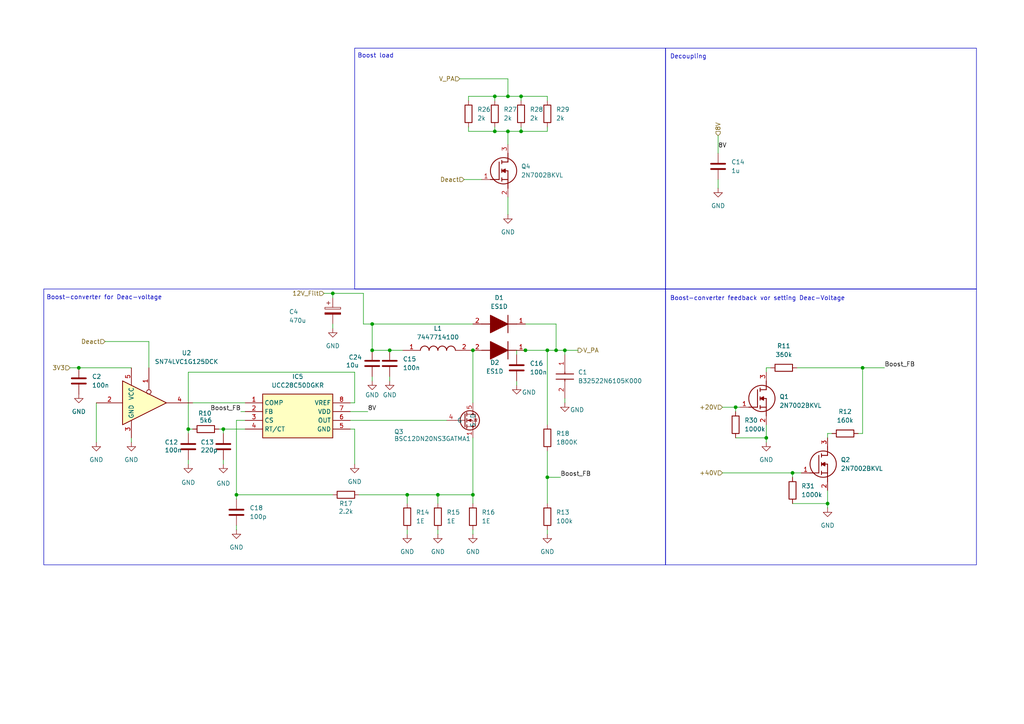
<source format=kicad_sch>
(kicad_sch (version 20250114) (generator "eeschema") (generator_version "9.0")
  (paper "A4")
  (lib_symbols
    (symbol "74xGxx:SN74LVC1G125DCK"
      (property "Reference" "U" (at -10.16 7.62 0))
      (property "Value" "SN74LVC1G125DCK" (at 2.54 -7.62 0))
      (symbol "SN74LVC1G125DCK_0_1"
        (polyline (pts (xy -7.62 6.35) (xy -7.62 -6.35) (xy 5.08 0) (xy -7.62 6.35)) (stroke (width 0.254)) (fill (type background)))
      )
      (symbol "SN74LVC1G125DCK_1_1"
        (pin input line (at -15.24 0 0) (length 7.62) (name "~") (number "2"))
        (pin power_in line (at -5.08 10.16 270) (length 5.08) (name "VCC") (number "5"))
        (pin power_in line (at -5.08 -10.16 90) (length 5.08) (name "GND") (number "3"))
        (pin input inverted (at 0 10.16 270) (length 7.62) (name "~") (number "1"))
        (pin tri_state line (at 12.7 0 180) (length 7.62) (name "~") (number "4"))
      )
    )
    (symbol "Device:C" (pin_numbers (hide yes)) (pin_names (offset 0.254))
      (property "Reference" "C" (at 0.635 2.54 0))
      (property "Value" "C" (at 0.635 -2.54 0))
      (symbol "C_0_1"
        (polyline (pts (xy -2.032 0.762) (xy 2.032 0.762)) (stroke (width 0.508)))
        (polyline (pts (xy -2.032 -0.762) (xy 2.032 -0.762)) (stroke (width 0.508)))
      )
      (symbol "C_1_1"
        (pin passive line (at 0 3.81 270) (length 2.794) (name "~") (number "1"))
        (pin passive line (at 0 -3.81 90) (length 2.794) (name "~") (number "2"))
      )
    )
    (symbol "Device:C_Polarized" (pin_numbers (hide yes)) (pin_names (offset 0.254))
      (property "Reference" "C" (at 0.635 2.54 0))
      (property "Value" "C_Polarized" (at 0.635 -2.54 0))
      (symbol "C_Polarized_0_1"
        (rectangle (start -2.286 0.508) (end 2.286 1.016))
        (polyline (pts (xy -1.778 2.286) (xy -0.762 2.286)))
        (polyline (pts (xy -1.27 2.794) (xy -1.27 1.778)))
        (rectangle (start 2.286 -0.508) (end -2.286 -1.016) (fill (type outline)))
      )
      (symbol "C_Polarized_1_1"
        (pin passive line (at 0 3.81 270) (length 2.794) (name "~") (number "1"))
        (pin passive line (at 0 -3.81 90) (length 2.794) (name "~") (number "2"))
      )
    )
    (symbol "Device:R" (pin_numbers (hide yes)) (pin_names (offset 0))
      (property "Reference" "R" (at 2.032 0 90))
      (property "Value" "R" (at 0 0 90))
      (symbol "R_0_1"
        (rectangle (start -1.016 -2.54) (end 1.016 2.54) (stroke (width 0.254)))
      )
      (symbol "R_1_1"
        (pin passive line (at 0 3.81 270) (length 1.27) (name "~") (number "1"))
        (pin passive line (at 0 -3.81 90) (length 1.27) (name "~") (number "2"))
      )
    )
    (symbol "ES1D_2" (pin_names (hide yes))
      (property "Reference" "D" (at 11.43 5.08 0))
      (property "Value" "ES1D" (at 11.43 2.54 0))
      (symbol "ES1D_2_1_1"
        (polyline (pts (xy 2.54 0) (xy 5.08 0)) (stroke (width 0.254)))
        (polyline (pts (xy 5.08 2.54) (xy 5.08 -2.54)) (stroke (width 0.254)))
        (polyline (pts (xy 5.08 0) (xy 10.16 2.54) (xy 10.16 -2.54) (xy 5.08 0)) (stroke (width 0.254)) (fill (type outline)))
        (polyline (pts (xy 10.16 0) (xy 12.7 0)) (stroke (width 0.254)))
        (pin bidirectional line (at 0 0 0) (length 2.54) (name "K") (number "1"))
        (pin bidirectional line (at 15.24 0 180) (length 2.54) (name "A") (number "2"))
      )
    )
    (symbol "SamacSys_Parts:2N7002BKVL" (pin_names (hide yes))
      (property "Reference" "Q" (at 11.43 3.81 0))
      (property "Value" "2N7002BKVL" (at 11.43 1.27 0))
      (symbol "2N7002BKVL_1_1"
        (polyline (pts (xy 2.54 0) (xy 5.08 0)) (stroke (width 0.254)))
        (polyline (pts (xy 5.08 5.08) (xy 5.08 0)) (stroke (width 0.254)))
        (polyline (pts (xy 5.842 5.588) (xy 5.842 4.572)) (stroke (width 0.254)))
        (polyline (pts (xy 5.842 2.54) (xy 6.858 3.048) (xy 6.858 2.032) (xy 5.842 2.54)) (stroke (width 0.254)) (fill (type outline)))
        (polyline (pts (xy 5.842 2.032) (xy 5.842 3.048)) (stroke (width 0.254)))
        (polyline (pts (xy 5.842 0) (xy 7.62 0)) (stroke (width 0.254)))
        (polyline (pts (xy 5.842 -0.508) (xy 5.842 0.508)) (stroke (width 0.254)))
        (circle (center 6.35 2.54) (radius 3.81) (stroke (width 0.254)))
        (polyline (pts (xy 7.62 5.08) (xy 5.842 5.08)) (stroke (width 0.254)))
        (polyline (pts (xy 7.62 5.08) (xy 7.62 7.62)) (stroke (width 0.254)))
        (polyline (pts (xy 7.62 2.54) (xy 5.842 2.54)) (stroke (width 0.254)))
        (polyline (pts (xy 7.62 2.54) (xy 7.62 -2.54)) (stroke (width 0.254)))
        (pin passive line (at 0 0 0) (length 2.54) (name "G") (number "1"))
        (pin passive line (at 7.62 10.16 270) (length 2.54) (name "D") (number "3"))
        (pin passive line (at 7.62 -5.08 90) (length 2.54) (name "S") (number "2"))
      )
    )
    (symbol "SamacSys_Parts:7447714100" (pin_names (hide yes))
      (property "Reference" "L" (at 16.51 6.35 0))
      (property "Value" "7447714100" (at 16.51 3.81 0))
      (symbol "7447714100_1_1"
        (arc (start 5.08 0) (mid 6.35 1.219) (end 7.62 0) (stroke (width 0.254)))
        (arc (start 7.62 0) (mid 8.89 1.219) (end 10.16 0) (stroke (width 0.254)))
        (arc (start 10.16 0) (mid 11.43 1.219) (end 12.7 0) (stroke (width 0.254)))
        (arc (start 12.7 0) (mid 13.97 1.219) (end 15.24 0) (stroke (width 0.254)))
        (pin passive line (at 0 0 0) (length 5.08) (name "1") (number "1"))
        (pin passive line (at 20.32 0 180) (length 5.08) (name "2") (number "2"))
      )
    )
    (symbol "SamacSys_Parts:B32522N6105K000" (pin_names (hide yes))
      (property "Reference" "C" (at 8.89 6.35 0))
      (property "Value" "B32522N6105K000" (at 8.89 3.81 0))
      (symbol "B32522N6105K000_1_1"
        (polyline (pts (xy 5.08 0) (xy 5.588 0)) (stroke (width 0.254)))
        (polyline (pts (xy 5.588 2.54) (xy 5.588 -2.54)) (stroke (width 0.254)))
        (polyline (pts (xy 7.112 2.54) (xy 7.112 -2.54)) (stroke (width 0.254)))
        (polyline (pts (xy 7.112 0) (xy 7.62 0)) (stroke (width 0.254)))
        (pin passive line (at 0 0 0) (length 5.08) (name "1") (number "1"))
        (pin passive line (at 12.7 0 180) (length 5.08) (name "2") (number "2"))
      )
    )
    (symbol "SamacSys_Parts:BSC12DN20NS3GATMA1"
      (property "Reference" "Q" (at 2.286 3.302 0))
      (property "Value" "BSC12DN20NS3GATMA1" (at 2.286 5.334 0))
      (symbol "BSC12DN20NS3GATMA1_0_1"
        (polyline (pts (xy -1.016 1.905) (xy -1.016 -1.905)) (stroke (width 0.254)))
        (polyline (pts (xy -1.016 0) (xy -3.81 0)))
        (polyline (pts (xy -0.508 2.286) (xy -0.508 1.27)) (stroke (width 0.254)))
        (polyline (pts (xy -0.508 0.508) (xy -0.508 -0.508)) (stroke (width 0.254)))
        (polyline (pts (xy -0.508 -1.27) (xy -0.508 -2.286)) (stroke (width 0.254)))
        (polyline (pts (xy -0.508 -1.778) (xy 2.032 -1.778) (xy 2.032 1.778) (xy -0.508 1.778)))
        (polyline (pts (xy -0.254 0) (xy 0.762 0.381) (xy 0.762 -0.381) (xy -0.254 0)) (fill (type outline)))
        (circle (center 0.381 0) (radius 2.794) (stroke (width 0.254)))
        (polyline (pts (xy 1.27 2.54) (xy 1.27 1.778)))
        (circle (center 1.27 1.778) (radius 0.254) (fill (type outline)))
        (circle (center 1.27 -1.778) (radius 0.254) (fill (type outline)))
        (polyline (pts (xy 1.27 -2.54) (xy 1.27 0) (xy -0.508 0)))
        (polyline (pts (xy 1.524 0.508) (xy 1.651 0.381) (xy 2.413 0.381) (xy 2.54 0.254)))
        (polyline (pts (xy 2.032 0.381) (xy 1.651 -0.254) (xy 2.413 -0.254) (xy 2.032 0.381)))
      )
      (symbol "BSC12DN20NS3GATMA1_1_1"
        (pin passive line (at -6.35 0 0) (length 5.08) (hide yes) (name "S_2") (number "2"))
        (pin passive line (at -6.35 0 0) (length 5.08) (hide yes) (name "S_3") (number "3"))
        (pin passive line (at -6.35 0 0) (length 2.54) (name "G") (number "4"))
        (pin passive line (at 1.27 5.08 270) (length 2.54) (name "D") (number "5"))
        (pin passive line (at 1.27 5.08 270) (length 2.54) (hide yes) (name "D_2") (number "6"))
        (pin passive line (at 1.27 5.08 270) (length 2.54) (hide yes) (name "D_3") (number "7"))
        (pin passive line (at 1.27 5.08 270) (length 2.54) (hide yes) (name "D_4") (number "8"))
        (pin passive line (at 1.27 -5.08 90) (length 2.54) (name "S") (number "1"))
        (pin passive line (at 1.27 -5.08 90) (length 2.54) (hide yes) (name "S") (number "2"))
        (pin passive line (at 1.27 -5.08 90) (length 2.54) (hide yes) (name "S") (number "3"))
      )
    )
    (symbol "SamacSys_Parts:UCC28C50DGKR"
      (property "Reference" "IC" (at 26.67 7.62 0))
      (property "Value" "UCC28C50DGKR" (at 26.67 5.08 0))
      (symbol "UCC28C50DGKR_1_1"
        (rectangle (start 5.08 2.54) (end 25.4 -10.16) (stroke (width 0.254)) (fill (type background)))
        (pin passive line (at 0 0 0) (length 5.08) (name "COMP") (number "1"))
        (pin passive line (at 0 -2.54 0) (length 5.08) (name "FB") (number "2"))
        (pin passive line (at 0 -5.08 0) (length 5.08) (name "CS") (number "3"))
        (pin passive line (at 0 -7.62 0) (length 5.08) (name "RT/CT") (number "4"))
        (pin passive line (at 30.48 0 180) (length 5.08) (name "VREF") (number "8"))
        (pin passive line (at 30.48 -2.54 180) (length 5.08) (name "VDD") (number "7"))
        (pin passive line (at 30.48 -5.08 180) (length 5.08) (name "OUT") (number "6"))
        (pin passive line (at 30.48 -7.62 180) (length 5.08) (name "GND") (number "5"))
      )
    )
    (symbol "power:GND" (power) (pin_numbers (hide yes)) (pin_names (offset 0) (hide yes))
      (property "Value" "GND" (at 0 -3.81 0))
      (symbol "GND_0_1"
        (polyline (pts (xy 0 0) (xy 0 -1.27) (xy 1.27 -1.27) (xy 0 -2.54) (xy -1.27 -1.27) (xy 0 -1.27)))
      )
      (symbol "GND_1_1"
        (pin power_in line (at 0 0 270) (length 0) (name "~") (number "1"))
      )
    )
  )
  (rectangle (start 193.04 13.97) (end 283.21 83.82))
  (rectangle (start 102.87 13.97) (end 193.04 83.82))
  (rectangle (start 12.7 83.82) (end 193.04 163.83))
  (rectangle (start 193.04 83.82) (end 283.21 163.83))
  (text "Boost-converter feedback vor setting Deac-Voltage" (at 219.71 86.614 0) (effects (font (size 1.27 1.27))))
  (text "Boost load" (at 108.966 16.256 0) (effects (font (size 1.27 1.27))))
  (text "Decoupling" (at 199.644 16.51 0) (effects (font (size 1.27 1.27))))
  (text "Boost-converter for Deac-voltage" (at 30.226 86.36 0) (effects (font (size 1.27 1.27))))
  (junction (at 96.52 85.09))
  (junction (at 161.29 101.6))
  (junction (at 127 143.51))
  (junction (at 213.36 118.11))
  (junction (at 163.83 101.6))
  (junction (at 152.4 101.6))
  (junction (at 64.77 124.46))
  (junction (at 151.13 38.1))
  (junction (at 118.11 143.51))
  (junction (at 143.51 27.94))
  (junction (at 147.32 27.94))
  (junction (at 240.03 146.05))
  (junction (at 54.61 124.46))
  (junction (at 147.32 38.1))
  (junction (at 22.86 106.68))
  (junction (at 158.75 138.43))
  (junction (at 113.03 101.6))
  (junction (at 222.25 127))
  (junction (at 143.51 38.1))
  (junction (at 107.95 101.6))
  (junction (at 137.16 143.51))
  (junction (at 151.13 27.94))
  (junction (at 158.75 101.6))
  (junction (at 68.58 143.51))
  (junction (at 250.19 106.68))
  (junction (at 229.87 137.16))
  (junction (at 107.95 93.98))
  (junction (at 137.16 101.6))
  (wire (pts (xy 118.11 146.05) (xy 118.11 143.51)))
  (wire (pts (xy 68.58 152.4) (xy 68.58 153.67)))
  (wire (pts (xy 209.55 118.11) (xy 213.36 118.11)))
  (wire (pts (xy 135.89 27.94) (xy 135.89 29.21)))
  (wire (pts (xy 209.55 137.16) (xy 229.87 137.16)))
  (wire (pts (xy 68.58 121.92) (xy 68.58 143.51)))
  (wire (pts (xy 161.29 101.6) (xy 158.75 101.6)))
  (wire (pts (xy 43.18 99.06) (xy 43.18 106.68)))
  (wire (pts (xy 250.19 125.73) (xy 248.92 125.73)))
  (wire (pts (xy 151.13 36.83) (xy 151.13 38.1)))
  (wire (pts (xy 149.86 102.87) (xy 149.86 101.6)))
  (wire (pts (xy 54.61 124.46) (xy 55.88 124.46)))
  (wire (pts (xy 127 153.67) (xy 127 154.94)))
  (wire (pts (xy 213.36 127) (xy 222.25 127)))
  (wire (pts (xy 158.75 101.6) (xy 158.75 123.19)))
  (wire (pts (xy 30.48 99.06) (xy 43.18 99.06)))
  (wire (pts (xy 127 143.51) (xy 127 146.05)))
  (wire (pts (xy 118.11 153.67) (xy 118.11 154.94)))
  (wire (pts (xy 107.95 101.6) (xy 113.03 101.6)))
  (wire (pts (xy 163.83 102.87) (xy 163.83 101.6)))
  (wire (pts (xy 137.16 127) (xy 137.16 143.51)))
  (wire (pts (xy 54.61 125.73) (xy 54.61 124.46)))
  (wire (pts (xy 149.86 101.6) (xy 152.4 101.6)))
  (wire (pts (xy 118.11 143.51) (xy 127 143.51)))
  (wire (pts (xy 152.4 93.98) (xy 161.29 93.98)))
  (wire (pts (xy 96.52 93.98) (xy 96.52 95.25)))
  (wire (pts (xy 158.75 153.67) (xy 158.75 154.94)))
  (wire (pts (xy 107.95 109.22) (xy 107.95 110.49)))
  (wire (pts (xy 102.87 116.84) (xy 101.6 116.84)))
  (wire (pts (xy 68.58 143.51) (xy 96.52 143.51)))
  (wire (pts (xy 163.83 101.6) (xy 167.64 101.6)))
  (wire (pts (xy 54.61 107.95) (xy 102.87 107.95)))
  (wire (pts (xy 64.77 124.46) (xy 71.12 124.46)))
  (wire (pts (xy 102.87 124.46) (xy 102.87 134.62)))
  (wire (pts (xy 143.51 36.83) (xy 143.51 38.1)))
  (wire (pts (xy 240.03 146.05) (xy 240.03 147.32)))
  (wire (pts (xy 71.12 121.92) (xy 68.58 121.92)))
  (wire (pts (xy 102.87 107.95) (xy 102.87 116.84)))
  (wire (pts (xy 208.28 52.07) (xy 208.28 54.61)))
  (wire (pts (xy 222.25 123.19) (xy 222.25 127)))
  (wire (pts (xy 250.19 106.68) (xy 256.54 106.68)))
  (wire (pts (xy 101.6 119.38) (xy 106.68 119.38)))
  (wire (pts (xy 96.52 85.09) (xy 96.52 86.36)))
  (wire (pts (xy 152.4 101.6) (xy 158.75 101.6)))
  (wire (pts (xy 229.87 137.16) (xy 229.87 138.43)))
  (wire (pts (xy 137.16 146.05) (xy 137.16 143.51)))
  (wire (pts (xy 149.86 110.49) (xy 149.86 111.76)))
  (wire (pts (xy 147.32 27.94) (xy 151.13 27.94)))
  (wire (pts (xy 22.86 106.68) (xy 38.1 106.68)))
  (wire (pts (xy 101.6 124.46) (xy 102.87 124.46)))
  (wire (pts (xy 64.77 124.46) (xy 64.77 125.73)))
  (wire (pts (xy 64.77 133.35) (xy 64.77 134.62)))
  (wire (pts (xy 107.95 93.98) (xy 137.16 93.98)))
  (wire (pts (xy 93.98 85.09) (xy 96.52 85.09)))
  (wire (pts (xy 213.36 118.11) (xy 213.36 119.38)))
  (wire (pts (xy 208.28 39.37) (xy 208.28 44.45)))
  (wire (pts (xy 101.6 121.92) (xy 129.54 121.92)))
  (wire (pts (xy 158.75 27.94) (xy 158.75 29.21)))
  (wire (pts (xy 147.32 57.15) (xy 147.32 62.23)))
  (wire (pts (xy 151.13 38.1) (xy 147.32 38.1)))
  (wire (pts (xy 135.89 38.1) (xy 143.51 38.1)))
  (wire (pts (xy 158.75 130.81) (xy 158.75 138.43)))
  (wire (pts (xy 222.25 107.95) (xy 222.25 106.68)))
  (wire (pts (xy 105.41 93.98) (xy 107.95 93.98)))
  (wire (pts (xy 68.58 143.51) (xy 68.58 144.78)))
  (wire (pts (xy 147.32 38.1) (xy 147.32 41.91)))
  (wire (pts (xy 163.83 101.6) (xy 161.29 101.6)))
  (wire (pts (xy 213.36 118.11) (xy 214.63 118.11)))
  (wire (pts (xy 158.75 36.83) (xy 158.75 38.1)))
  (wire (pts (xy 135.89 38.1) (xy 135.89 36.83)))
  (wire (pts (xy 20.32 106.68) (xy 22.86 106.68)))
  (wire (pts (xy 250.19 106.68) (xy 250.19 125.73)))
  (wire (pts (xy 143.51 38.1) (xy 147.32 38.1)))
  (wire (pts (xy 161.29 93.98) (xy 161.29 101.6)))
  (wire (pts (xy 158.75 138.43) (xy 162.56 138.43)))
  (wire (pts (xy 127 143.51) (xy 137.16 143.51)))
  (wire (pts (xy 107.95 93.98) (xy 107.95 101.6)))
  (wire (pts (xy 137.16 154.94) (xy 137.16 153.67)))
  (wire (pts (xy 113.03 109.22) (xy 113.03 110.49)))
  (wire (pts (xy 69.85 119.38) (xy 71.12 119.38)))
  (wire (pts (xy 38.1 127) (xy 38.1 128.27)))
  (wire (pts (xy 137.16 101.6) (xy 137.16 116.84)))
  (wire (pts (xy 143.51 27.94) (xy 143.51 29.21)))
  (wire (pts (xy 231.14 106.68) (xy 250.19 106.68)))
  (wire (pts (xy 105.41 85.09) (xy 105.41 93.98)))
  (wire (pts (xy 229.87 137.16) (xy 232.41 137.16)))
  (wire (pts (xy 151.13 27.94) (xy 158.75 27.94)))
  (wire (pts (xy 133.35 22.86) (xy 147.32 22.86)))
  (wire (pts (xy 147.32 27.94) (xy 143.51 27.94)))
  (wire (pts (xy 163.83 115.57) (xy 163.83 116.84)))
  (wire (pts (xy 134.62 52.07) (xy 139.7 52.07)))
  (wire (pts (xy 222.25 127) (xy 222.25 128.27)))
  (wire (pts (xy 55.88 116.84) (xy 71.12 116.84)))
  (wire (pts (xy 54.61 124.46) (xy 54.61 107.95)))
  (wire (pts (xy 158.75 138.43) (xy 158.75 146.05)))
  (wire (pts (xy 240.03 125.73) (xy 240.03 127)))
  (wire (pts (xy 147.32 22.86) (xy 147.32 27.94)))
  (wire (pts (xy 229.87 146.05) (xy 240.03 146.05)))
  (wire (pts (xy 54.61 133.35) (xy 54.61 134.62)))
  (wire (pts (xy 63.5 124.46) (xy 64.77 124.46)))
  (wire (pts (xy 241.3 125.73) (xy 240.03 125.73)))
  (wire (pts (xy 143.51 27.94) (xy 135.89 27.94)))
  (wire (pts (xy 113.03 101.6) (xy 116.84 101.6)))
  (wire (pts (xy 222.25 106.68) (xy 223.52 106.68)))
  (wire (pts (xy 240.03 142.24) (xy 240.03 146.05)))
  (wire (pts (xy 151.13 27.94) (xy 151.13 29.21)))
  (wire (pts (xy 27.94 116.84) (xy 27.94 128.27)))
  (wire (pts (xy 158.75 38.1) (xy 151.13 38.1)))
  (wire (pts (xy 96.52 85.09) (xy 105.41 85.09)))
  (wire (pts (xy 104.14 143.51) (xy 118.11 143.51)))
  (label "Boost_FB" (at 69.85 119.38 180))
  (label "Boost_FB" (at 256.54 106.68 0))
  (label "8V" (at 208.28 43.18 0))
  (label "8V" (at 106.68 119.38 0))
  (label "Boost_FB" (at 162.56 138.43 0))
  (hierarchical_label "Deact" (shape input) (at 30.48 99.06 180))
  (hierarchical_label "+40V" (shape input) (at 209.55 137.16 180))
  (hierarchical_label "V_PA" (shape input) (at 133.35 22.86 180))
  (hierarchical_label "V_PA" (shape output) (at 167.64 101.6 0))
  (hierarchical_label "3V3" (shape input) (at 20.32 106.68 180))
  (hierarchical_label "8V" (shape input) (at 208.28 39.37 90))
  (hierarchical_label "+20V" (shape input) (at 209.55 118.11 180))
  (hierarchical_label "12V_Filt" (shape input) (at 93.98 85.09 180))
  (hierarchical_label "Deact" (shape input) (at 134.62 52.07 180))
  (symbol (lib_id "Device:C") (at 22.86 110.49 0) (unit 1)
    (property "Reference" "C2" (at 26.67 109.2199 0) (effects (justify left)))
    (property "Value" "100n" (at 26.67 111.7599 0) (effects (justify left)))
    (property "Footprint" "Capacitor_SMD:C_0603_1608Metric" (effects (hide yes)))
    (property "Description" "Unpolarized capacitor" (effects (hide yes)))
  )
  (symbol (lib_id "Device:R") (at 158.75 33.02 0) (unit 1)
    (property "Reference" "R29" (at 161.29 31.7499 0) (effects (justify left)))
    (property "Value" "2k" (at 161.29 34.2899 0) (effects (justify left)))
    (property "Footprint" "Capacitor_SMD:C_1210_3225Metric" (effects (hide yes)))
    (property "Description" "Resistor" (effects (hide yes)))
  )
  (symbol (lib_id "Device:R") (at 158.75 127 0) (unit 1)
    (property "Reference" "R18" (at 161.29 125.7299 0) (effects (justify left)))
    (property "Value" "1800K" (at 161.29 128.2699 0) (effects (justify left)))
    (property "Footprint" "Capacitor_SMD:C_1210_3225Metric" (effects (hide yes)))
    (property "Description" "Resistor" (effects (hide yes)))
  )
  (symbol (lib_id "Device:C") (at 107.95 105.41 0) (unit 1)
    (property "Reference" "C24" (at 101.092 103.632 0) (effects (justify left)))
    (property "Value" "10u" (at 100.33 105.918 0) (effects (justify left)))
    (property "Footprint" "Capacitor_SMD:C_1210_3225Metric" (effects (hide yes)))
    (property "Description" "Unpolarized capacitor" (effects (hide yes)))
  )
  (symbol (lib_id "Device:C_Polarized") (at 96.52 90.17 0) (unit 1)
    (property "Reference" "C4" (at 83.82 90.424 0) (effects (justify left)))
    (property "Value" "470u" (at 83.82 92.964 0) (effects (justify left)))
    (property "Footprint" "Capacitor_SMD:CP_Elec_10x10" (effects (hide yes)))
    (property "Description" "Polarized capacitor" (effects (hide yes)))
  )
  (symbol (lib_id "Device:C") (at 149.86 106.68 0) (unit 1)
    (property "Reference" "C16" (at 153.67 105.4099 0) (effects (justify left)))
    (property "Value" "100n" (at 153.67 107.9499 0) (effects (justify left)))
    (property "Footprint" "Capacitor_SMD:C_1210_3225Metric" (effects (hide yes)))
    (property "Description" "Unpolarized capacitor" (effects (hide yes)))
  )
  (symbol (lib_id "power:GND") (at 27.94 128.27 0) (unit 1)
    (property "Reference" "#PWR041" (effects (hide yes)))
    (property "Value" "GND" (at 27.94 133.35 0))
    (property "Description" "Power symbol creates a global label with name \"GND\" , ground" (effects (hide yes)))
  )
  (symbol (lib_id "Device:R") (at 137.16 149.86 0) (unit 1)
    (property "Reference" "R16" (at 139.7 148.5899 0) (effects (justify left)))
    (property "Value" "1E" (at 139.7 151.1299 0) (effects (justify left)))
    (property "Footprint" "Capacitor_SMD:C_1210_3225Metric" (effects (hide yes)))
    (property "Description" "Resistor" (effects (hide yes)))
  )
  (symbol (lib_id "power:GND") (at 127 154.94 0) (unit 1)
    (property "Reference" "#PWR027" (effects (hide yes)))
    (property "Value" "GND" (at 127 160.02 0))
    (property "Description" "Power symbol creates a global label with name \"GND\" , ground" (effects (hide yes)))
  )
  (symbol (lib_id "power:GND") (at 107.95 110.49 0) (unit 1)
    (property "Reference" "#PWR044" (effects (hide yes)))
    (property "Value" "GND" (at 107.95 114.554 0))
    (property "Description" "Power symbol creates a global label with name \"GND\" , ground" (effects (hide yes)))
  )
  (symbol (lib_id "SamacSys_Parts:UCC28C50DGKR") (at 71.12 116.84 0) (unit 1)
    (property "Reference" "IC5" (at 86.36 109.22 0))
    (property "Value" "UCC28C50DGKR" (at 86.36 111.76 0))
    (property "Footprint" "SamacSys_Parts:SOP65P490X110-8N" (effects (hide yes)))
    (property "Datasheet" "https://www.ti.com/lit/ds/symlink/ucc28c57l.pdf?HQS=dis-mous-null-mousermode-dsf-pf-null-wwe&ts=1695207681913&ref_url=https%253A%252F%252Fwww.mouser.co.uk%252F" (effects (hide yes)))
    (property "Description" "Switching Controllers Industrial, 30-V, low-power current-mode PWM controller, 7-V/6.6-V UVLO, 100% duty cycle" (effects (hide yes)))
    (property "Height" "1.1" (effects (hide yes)))
    (property "Manufacturer_Name" "Texas Instruments" (effects (hide yes)))
    (property "Manufacturer_Part_Number" "UCC28C50DGKR" (effects (hide yes)))
  )
  (symbol (lib_id "power:GND") (at 22.86 114.3 0) (unit 1)
    (property "Reference" "#PWR01" (effects (hide yes)))
    (property "Value" "GND" (at 22.86 119.38 0))
    (property "Description" "Power symbol creates a global label with name \"GND\" , ground" (effects (hide yes)))
  )
  (symbol (lib_id "Device:R") (at 158.75 149.86 0) (unit 1)
    (property "Reference" "R13" (at 161.29 148.5899 0) (effects (justify left)))
    (property "Value" "100k" (at 161.29 151.1299 0) (effects (justify left)))
    (property "Footprint" "Capacitor_SMD:C_1210_3225Metric" (effects (hide yes)))
    (property "Description" "Resistor" (effects (hide yes)))
  )
  (symbol (lib_id "Device:R") (at 59.69 124.46 90) (unit 1)
    (property "Reference" "R10" (at 59.436 119.888 90))
    (property "Value" "5k6" (at 59.69 121.92 90))
    (property "Footprint" "Capacitor_SMD:C_0805_2012Metric" (effects (hide yes)))
    (property "Description" "Resistor" (effects (hide yes)))
  )
  (symbol (lib_id "Device:C") (at 113.03 105.41 0) (unit 1)
    (property "Reference" "C15" (at 116.84 104.1399 0) (effects (justify left)))
    (property "Value" "100n" (at 116.84 106.6799 0) (effects (justify left)))
    (property "Footprint" "Capacitor_SMD:C_1210_3225Metric" (effects (hide yes)))
    (property "Description" "Unpolarized capacitor" (effects (hide yes)))
  )
  (symbol (lib_id "Device:R") (at 127 149.86 0) (unit 1)
    (property "Reference" "R15" (at 129.54 148.5899 0) (effects (justify left)))
    (property "Value" "1E" (at 129.54 151.1299 0) (effects (justify left)))
    (property "Footprint" "Capacitor_SMD:C_1210_3225Metric" (effects (hide yes)))
    (property "Description" "Resistor" (effects (hide yes)))
  )
  (symbol (lib_id "power:GND") (at 208.28 54.61 0) (unit 1)
    (property "Reference" "#PWR021" (effects (hide yes)))
    (property "Value" "GND" (at 208.28 59.69 0))
    (property "Description" "Power symbol creates a global label with name \"GND\" , ground" (effects (hide yes)))
  )
  (symbol (lib_id "SamacSys_Parts:2N7002BKVL") (at 214.63 118.11 0) (unit 1)
    (property "Reference" "Q1" (at 226.06 115.062 0) (effects (justify left)))
    (property "Value" "2N7002BKVL" (at 226.06 117.602 0) (effects (justify left)))
    (property "Footprint" "SamacSys_Parts:SOT95P230X110-3N" (effects (hide yes)))
    (property "Datasheet" "https://assets.nexperia.com/documents/data-sheet/2N7002BK.pdf" (effects (hide yes)))
    (property "Description" "NEXPERIA - 2N7002BKVL - Power MOSFET, N Channel, 60 V, 350 mA, 1 ohm, TO-236AB, Surface Mount" (effects (hide yes)))
    (property "Height" "1.1" (effects (hide yes)))
    (property "Mouser Part Number" "771-2N7002BKVL" (effects (hide yes)))
    (property "Mouser Price/Stock" "https://www.mouser.co.uk/ProductDetail/Nexperia/2N7002BKVL?qs=uj7TeyS2Sj%252Bj9MS%252BagW4%2FA%3D%3D" (effects (hide yes)))
    (property "Manufacturer_Name" "Nexperia" (effects (hide yes)))
    (property "Manufacturer_Part_Number" "2N7002BKVL" (effects (hide yes)))
  )
  (symbol (lib_id "SamacSys_Parts:BSC12DN20NS3GATMA1") (at 135.89 121.92 0) (unit 1)
    (property "Reference" "Q3" (at 114.3 125.222 0) (effects (justify left)))
    (property "Value" "BSC12DN20NS3GATMA1" (at 114.3 127.254 0) (effects (justify left)))
    (property "Footprint" "SamacSys_Parts:PG-TDSON-8_1" (effects (hide yes)))
    (property "Datasheet" "https://www.infineon.com/dgdl/BSC12DN20NS3+Rev2.1.pdf?folderId=db3a304325305e6d012596c6ca7b290a&fileId=db3a30432ad629a6012b146334d419ec" (effects (hide yes)))
    (property "Description" "INFINEON - BSC12DN20NS3GATMA1 - MOSFET, N-CH, 200V, 11.3A, TDSON-8" (effects (hide yes)))
    (property "Manufacturer_Name" "Infineon" (effects (hide yes)))
    (property "Manufacturer_Part_Number" "BSC12DN20NS3GATMA1" (effects (hide yes)))
    (property "Mouser Part Number" "N/A" (effects (hide yes)))
    (property "Mouser Price/Stock" "https://www.mouser.co.uk/ProductDetail/Infineon-Technologies/BSC12DN20NS3GATMA1?qs=K00xGehIljtgpMSPl56AQQ%3D%3D" (effects (hide yes)))
    (property "Arrow Part Number" "BSC12DN20NS3GATMA1" (effects (hide yes)))
    (property "Arrow Price/Stock" "https://www.arrow.com/en/products/bsc12dn20ns3gatma1/infineon-technologies-ag?region=nac" (effects (hide yes)))
  )
  (symbol (lib_id "Device:C") (at 208.28 48.26 0) (unit 1)
    (property "Reference" "C14" (at 212.09 46.9899 0) (effects (justify left)))
    (property "Value" "1u" (at 212.09 49.5299 0) (effects (justify left)))
    (property "Footprint" "Capacitor_SMD:C_0805_2012Metric" (effects (hide yes)))
    (property "Description" "Unpolarized capacitor" (effects (hide yes)))
    (property "Placement" "IC5 Vdd DECOUPLING" (effects (hide yes)))
  )
  (symbol (lib_id "power:GND") (at 96.52 95.25 0) (unit 1)
    (property "Reference" "#PWR04" (effects (hide yes)))
    (property "Value" "GND" (at 96.52 100.33 0))
    (property "Description" "Power symbol creates a global label with name \"GND\" , ground" (effects (hide yes)))
  )
  (symbol (lib_id "Device:C") (at 54.61 129.54 0) (unit 1)
    (property "Reference" "C12" (at 47.752 128.27 0) (effects (justify left)))
    (property "Value" "100n" (at 47.752 130.556 0) (effects (justify left)))
    (property "Footprint" "Capacitor_SMD:C_0805_2012Metric" (effects (hide yes)))
    (property "Description" "Unpolarized capacitor" (effects (hide yes)))
  )
  (symbol (lib_id "power:GND") (at 38.1 128.27 0) (unit 1)
    (property "Reference" "#PWR018" (effects (hide yes)))
    (property "Value" "GND" (at 38.1 133.35 0))
    (property "Description" "Power symbol creates a global label with name \"GND\" , ground" (effects (hide yes)))
  )
  (symbol (lib_id "Device:R") (at 135.89 33.02 0) (unit 1)
    (property "Reference" "R26" (at 138.43 31.7499 0) (effects (justify left)))
    (property "Value" "2k" (at 138.43 34.2899 0) (effects (justify left)))
    (property "Footprint" "Capacitor_SMD:C_1210_3225Metric" (effects (hide yes)))
    (property "Description" "Resistor" (effects (hide yes)))
  )
  (symbol (lib_id "power:GND") (at 118.11 154.94 0) (unit 1)
    (property "Reference" "#PWR028" (effects (hide yes)))
    (property "Value" "GND" (at 118.11 160.02 0))
    (property "Description" "Power symbol creates a global label with name \"GND\" , ground" (effects (hide yes)))
  )
  (symbol (lib_id "power:GND") (at 102.87 134.62 0) (unit 1)
    (property "Reference" "#PWR022" (effects (hide yes)))
    (property "Value" "GND" (at 102.87 139.7 0))
    (property "Description" "Power symbol creates a global label with name \"GND\" , ground" (effects (hide yes)))
  )
  (symbol (lib_id "Device:R") (at 213.36 123.19 0) (unit 1)
    (property "Reference" "R30" (at 215.9 121.9199 0) (effects (justify left)))
    (property "Value" "1000k" (at 215.9 124.4599 0) (effects (justify left)))
    (property "Footprint" "Capacitor_SMD:C_0805_2012Metric" (effects (hide yes)))
    (property "Description" "Resistor" (effects (hide yes)))
  )
  (symbol (lib_id "Device:C") (at 64.77 129.54 0) (unit 1)
    (property "Reference" "C13" (at 58.166 128.27 0) (effects (justify left)))
    (property "Value" "220p" (at 58.166 130.556 0) (effects (justify left)))
    (property "Footprint" "Capacitor_SMD:C_0805_2012Metric" (effects (hide yes)))
    (property "Description" "Unpolarized capacitor" (effects (hide yes)))
  )
  (symbol (lib_id "74xGxx:SN74LVC1G125DCK") (at 43.18 116.84 0) (unit 1)
    (property "Reference" "U2" (at 54.102 102.362 0))
    (property "Value" "SN74LVC1G125DCK" (at 54.102 104.902 0))
    (property "Footprint" "Package_TO_SOT_SMD:Texas_R-PDSO-G5_DCK-5" (effects (hide yes)))
    (property "Datasheet" "http://www.ti.com/lit/ds/symlink/sn74lvc1g125.pdf" (effects (hide yes)))
    (property "Description" "Single Buffer Gate Tri-State, Low-Voltage CMOS, SOT-353" (effects (hide yes)))
  )
  (symbol (lib_id "SamacSys_Parts:7447714100") (at 116.84 101.6 0) (unit 1)
    (property "Reference" "L1" (at 127 95.25 0))
    (property "Value" "7447714100" (at 127 97.79 0))
    (property "Footprint" "SamacSys_Parts:7447714220" (effects (hide yes)))
    (property "Description" "Wurth WE-PD Series Shielded Wire-wound SMD Inductor 10 uH +/-20% 4.3A Idc" (effects (hide yes)))
    (property "Height" "5" (effects (hide yes)))
    (property "Manufacturer_Name" "Wurth Elektronik" (effects (hide yes)))
    (property "Manufacturer_Part_Number" "7447714100" (effects (hide yes)))
    (property "Mouser Part Number" "710-7447714100" (effects (hide yes)))
    (property "Mouser Price/Stock" "https://www.mouser.co.uk/ProductDetail/Wurth-Elektronik/7447714100?qs=XJfXErqHgA4E7sDRWCHdYQ%3D%3D" (effects (hide yes)))
  )
  (symbol (lib_id "power:GND") (at 137.16 154.94 0) (unit 1)
    (property "Reference" "#PWR026" (effects (hide yes)))
    (property "Value" "GND" (at 137.16 160.02 0))
    (property "Description" "Power symbol creates a global label with name \"GND\" , ground" (effects (hide yes)))
  )
  (symbol (lib_id "Device:R") (at 118.11 149.86 0) (unit 1)
    (property "Reference" "R14" (at 120.65 148.5899 0) (effects (justify left)))
    (property "Value" "1E" (at 120.65 151.1299 0) (effects (justify left)))
    (property "Footprint" "Capacitor_SMD:C_1210_3225Metric" (effects (hide yes)))
    (property "Description" "Resistor" (effects (hide yes)))
  )
  (symbol (lib_id "Device:R") (at 100.33 143.51 90) (unit 1)
    (property "Reference" "R17" (at 100.33 146.05 90))
    (property "Value" "2.2k" (at 100.33 148.336 90))
    (property "Footprint" "Capacitor_SMD:C_1210_3225Metric" (effects (hide yes)))
    (property "Description" "Resistor" (effects (hide yes)))
  )
  (symbol (lib_id "SamacSys_Parts:B32522N6105K000") (at 163.83 102.87 270) (unit 1)
    (property "Reference" "C1" (at 167.64 107.9499 90) (effects (justify left)))
    (property "Value" "B32522N6105K000" (at 167.64 110.4899 90) (effects (justify left)))
    (property "Footprint" "SamacSys_Parts:B32522N6105K000" (effects (hide yes)))
    (property "Datasheet" "https://product.tdk.com/system/files/dam/doc/product/capacitor/film/mkt/data_sheet/20/20/db/fc_2009/b32520_529.pdf" (effects (hide yes)))
    (property "Description" "Metallized Polyester Capacitors (MKT), 1uF, 450V DC, 11mm(W) x 18.5mm(H) x 18mm(L)" (effects (hide yes)))
    (property "Height" "18.5" (effects (hide yes)))
    (property "Manufacturer_Name" "TDK" (effects (hide yes)))
    (property "Manufacturer_Part_Number" "B32522N6105K000" (effects (hide yes)))
  )
  (symbol (lib_id "SamacSys_Parts:2N7002BKVL") (at 139.7 52.07 0) (unit 1)
    (property "Reference" "Q4" (at 151.13 48.2599 0) (effects (justify left)))
    (property "Value" "2N7002BKVL" (at 151.13 50.7999 0) (effects (justify left)))
    (property "Footprint" "SamacSys_Parts:SOT95P230X110-3N" (effects (hide yes)))
    (property "Datasheet" "https://assets.nexperia.com/documents/data-sheet/2N7002BK.pdf" (effects (hide yes)))
    (property "Description" "NEXPERIA - 2N7002BKVL - Power MOSFET, N Channel, 60 V, 350 mA, 1 ohm, TO-236AB, Surface Mount" (effects (hide yes)))
    (property "Height" "1.1" (effects (hide yes)))
    (property "Mouser Part Number" "771-2N7002BKVL" (effects (hide yes)))
    (property "Mouser Price/Stock" "https://www.mouser.co.uk/ProductDetail/Nexperia/2N7002BKVL?qs=uj7TeyS2Sj%252Bj9MS%252BagW4%2FA%3D%3D" (effects (hide yes)))
    (property "Manufacturer_Name" "Nexperia" (effects (hide yes)))
    (property "Manufacturer_Part_Number" "2N7002BKVL" (effects (hide yes)))
  )
  (symbol (lib_id "power:GND") (at 147.32 62.23 0) (unit 1)
    (property "Reference" "#PWR043" (effects (hide yes)))
    (property "Value" "GND" (at 147.32 67.31 0))
    (property "Description" "Power symbol creates a global label with name \"GND\" , ground" (effects (hide yes)))
  )
  (symbol (lib_id "power:GND") (at 68.58 153.67 0) (unit 1)
    (property "Reference" "#PWR032" (effects (hide yes)))
    (property "Value" "GND" (at 68.58 158.75 0))
    (property "Description" "Power symbol creates a global label with name \"GND\" , ground" (effects (hide yes)))
  )
  (symbol (lib_id "power:GND") (at 64.77 134.62 0) (unit 1)
    (property "Reference" "#PWR020" (effects (hide yes)))
    (property "Value" "GND" (at 64.77 140.208 0))
    (property "Description" "Power symbol creates a global label with name \"GND\" , ground" (effects (hide yes)))
  )
  (symbol (lib_id "SamacSys_Parts:2N7002BKVL") (at 232.41 137.16 0) (unit 1)
    (property "Reference" "Q2" (at 243.84 133.3499 0) (effects (justify left)))
    (property "Value" "2N7002BKVL" (at 243.84 135.8899 0) (effects (justify left)))
    (property "Footprint" "SamacSys_Parts:SOT95P230X110-3N" (effects (hide yes)))
    (property "Datasheet" "https://assets.nexperia.com/documents/data-sheet/2N7002BK.pdf" (effects (hide yes)))
    (property "Description" "NEXPERIA - 2N7002BKVL - Power MOSFET, N Channel, 60 V, 350 mA, 1 ohm, TO-236AB, Surface Mount" (effects (hide yes)))
    (property "Height" "1.1" (effects (hide yes)))
    (property "Mouser Part Number" "771-2N7002BKVL" (effects (hide yes)))
    (property "Mouser Price/Stock" "https://www.mouser.co.uk/ProductDetail/Nexperia/2N7002BKVL?qs=uj7TeyS2Sj%252Bj9MS%252BagW4%2FA%3D%3D" (effects (hide yes)))
    (property "Manufacturer_Name" "Nexperia" (effects (hide yes)))
    (property "Manufacturer_Part_Number" "2N7002BKVL" (effects (hide yes)))
  )
  (symbol (lib_id "power:GND") (at 163.83 116.84 0) (unit 1)
    (property "Reference" "#PWR031" (effects (hide yes)))
    (property "Value" "GND" (at 167.386 118.872 0))
    (property "Description" "Power symbol creates a global label with name \"GND\" , ground" (effects (hide yes)))
  )
  (symbol (lib_id "Device:R") (at 229.87 142.24 0) (unit 1)
    (property "Reference" "R31" (at 232.41 140.9699 0) (effects (justify left)))
    (property "Value" "1000k" (at 232.41 143.5099 0) (effects (justify left)))
    (property "Footprint" "Capacitor_SMD:C_0805_2012Metric" (effects (hide yes)))
    (property "Description" "Resistor" (effects (hide yes)))
  )
  (symbol (lib_id "power:GND") (at 149.86 111.76 0) (unit 1)
    (property "Reference" "#PWR030" (effects (hide yes)))
    (property "Value" "GND" (at 153.416 113.792 0))
    (property "Description" "Power symbol creates a global label with name \"GND\" , ground" (effects (hide yes)))
  )
  (symbol (lib_id "power:GND") (at 222.25 128.27 0) (unit 1)
    (property "Reference" "#PWR023" (effects (hide yes)))
    (property "Value" "GND" (at 222.25 133.35 0))
    (property "Description" "Power symbol creates a global label with name \"GND\" , ground" (effects (hide yes)))
  )
  (symbol (lib_id "Device:R") (at 245.11 125.73 90) (unit 1)
    (property "Reference" "R12" (at 245.11 119.38 90))
    (property "Value" "160k" (at 245.11 121.92 90))
    (property "Footprint" "Capacitor_SMD:C_1210_3225Metric" (effects (hide yes)))
    (property "Description" "Resistor" (effects (hide yes)))
  )
  (symbol (lib_id "power:GND") (at 113.03 110.49 0) (unit 1)
    (property "Reference" "#PWR029" (effects (hide yes)))
    (property "Value" "GND" (at 113.03 114.554 0))
    (property "Description" "Power symbol creates a global label with name \"GND\" , ground" (effects (hide yes)))
  )
  (symbol (lib_id "power:GND") (at 54.61 134.62 0) (unit 1)
    (property "Reference" "#PWR019" (effects (hide yes)))
    (property "Value" "GND" (at 54.61 139.954 0))
    (property "Description" "Power symbol creates a global label with name \"GND\" , ground" (effects (hide yes)))
  )
  (symbol (lib_id "Device:R") (at 143.51 33.02 0) (unit 1)
    (property "Reference" "R27" (at 146.05 31.7499 0) (effects (justify left)))
    (property "Value" "2k" (at 146.05 34.2899 0) (effects (justify left)))
    (property "Footprint" "Capacitor_SMD:C_1210_3225Metric" (effects (hide yes)))
    (property "Description" "Resistor" (effects (hide yes)))
  )
  (symbol (lib_id "power:GND") (at 158.75 154.94 0) (unit 1)
    (property "Reference" "#PWR025" (effects (hide yes)))
    (property "Value" "GND" (at 158.75 160.02 0))
    (property "Description" "Power symbol creates a global label with name \"GND\" , ground" (effects (hide yes)))
  )
  (symbol (lib_id "power:GND") (at 240.03 147.32 0) (unit 1)
    (property "Reference" "#PWR024" (effects (hide yes)))
    (property "Value" "GND" (at 240.03 152.4 0))
    (property "Description" "Power symbol creates a global label with name \"GND\" , ground" (effects (hide yes)))
  )
  (symbol (lib_id "Device:C") (at 68.58 148.59 0) (unit 1)
    (property "Reference" "C18" (at 72.39 147.3199 0) (effects (justify left)))
    (property "Value" "100p" (at 72.39 149.8599 0) (effects (justify left)))
    (property "Footprint" "Capacitor_SMD:C_0805_2012Metric" (effects (hide yes)))
    (property "Description" "Unpolarized capacitor" (effects (hide yes)))
  )
  (symbol (lib_id "Device:R") (at 151.13 33.02 0) (unit 1)
    (property "Reference" "R28" (at 153.67 31.7499 0) (effects (justify left)))
    (property "Value" "2k" (at 153.67 34.2899 0) (effects (justify left)))
    (property "Footprint" "Capacitor_SMD:C_1210_3225Metric" (effects (hide yes)))
    (property "Description" "Resistor" (effects (hide yes)))
  )
  (symbol (lib_id "Device:R") (at 227.33 106.68 90) (unit 1)
    (property "Reference" "R11" (at 227.33 100.33 90))
    (property "Value" "360k" (at 227.33 102.87 90))
    (property "Footprint" "Capacitor_SMD:C_1210_3225Metric" (effects (hide yes)))
    (property "Description" "Resistor" (effects (hide yes)))
  )
  (symbol (lib_name "ES1D_2") (lib_id "SamacSys_Parts:ES1D") (at 152.4 93.98 180) (unit 1)
    (property "Reference" "D1" (at 144.78 86.36 0))
    (property "Value" "ES1D" (at 144.78 88.9 0))
    (property "Footprint" "SamacSys_Parts:DIOM5227X250N" (effects (hide yes)))
    (property "Datasheet" "https://www.onsemi.com/pub/Collateral/ES1D-D.PDF" (effects (hide yes)))
    (property "Description" "Superfast recovery times for high efficiency.; For surface mount applications. ; Built-in strain relief. ; Glass passivated junction. ; Low profile package. ; Easy pick and place." (effects (hide yes)))
    (property "Height" "2.5" (effects (hide yes)))
    (property "Manufacturer_Name" "onsemi" (effects (hide yes)))
    (property "Manufacturer_Part_Number" "ES1D" (effects (hide yes)))
    (property "Mouser Part Number" "512-ES1D" (effects (hide yes)))
    (property "Mouser Price/Stock" "https://www.mouser.co.uk/ProductDetail/onsemi-Fairchild/ES1D?qs=3kCnFMRqPtFkJiNhvgRjIQ%3D%3D" (effects (hide yes)))
    (property "Arrow Part Number" "ES1D" (effects (hide yes)))
    (property "Arrow Price/Stock" "https://www.arrow.com/en/products/es1d/on-semiconductor?region=europe" (effects (hide yes)))
  )
  (symbol (lib_name "ES1D_2") (lib_id "SamacSys_Parts:ES1D") (at 152.4 101.6 180) (unit 1)
    (property "Reference" "D2" (at 143.51 105.156 0))
    (property "Value" "ES1D" (at 143.51 107.696 0))
    (property "Footprint" "SamacSys_Parts:DIOM5227X250N" (effects (hide yes)))
    (property "Datasheet" "https://www.onsemi.com/pub/Collateral/ES1D-D.PDF" (effects (hide yes)))
    (property "Description" "Superfast recovery times for high efficiency.; For surface mount applications. ; Built-in strain relief. ; Glass passivated junction. ; Low profile package. ; Easy pick and place." (effects (hide yes)))
    (property "Height" "2.5" (effects (hide yes)))
    (property "Manufacturer_Name" "onsemi" (effects (hide yes)))
    (property "Manufacturer_Part_Number" "ES1D" (effects (hide yes)))
    (property "Mouser Part Number" "512-ES1D" (effects (hide yes)))
    (property "Mouser Price/Stock" "https://www.mouser.co.uk/ProductDetail/onsemi-Fairchild/ES1D?qs=3kCnFMRqPtFkJiNhvgRjIQ%3D%3D" (effects (hide yes)))
    (property "Arrow Part Number" "ES1D" (effects (hide yes)))
    (property "Arrow Price/Stock" "https://www.arrow.com/en/products/es1d/on-semiconductor?region=europe" (effects (hide yes)))
  )
)
</source>
